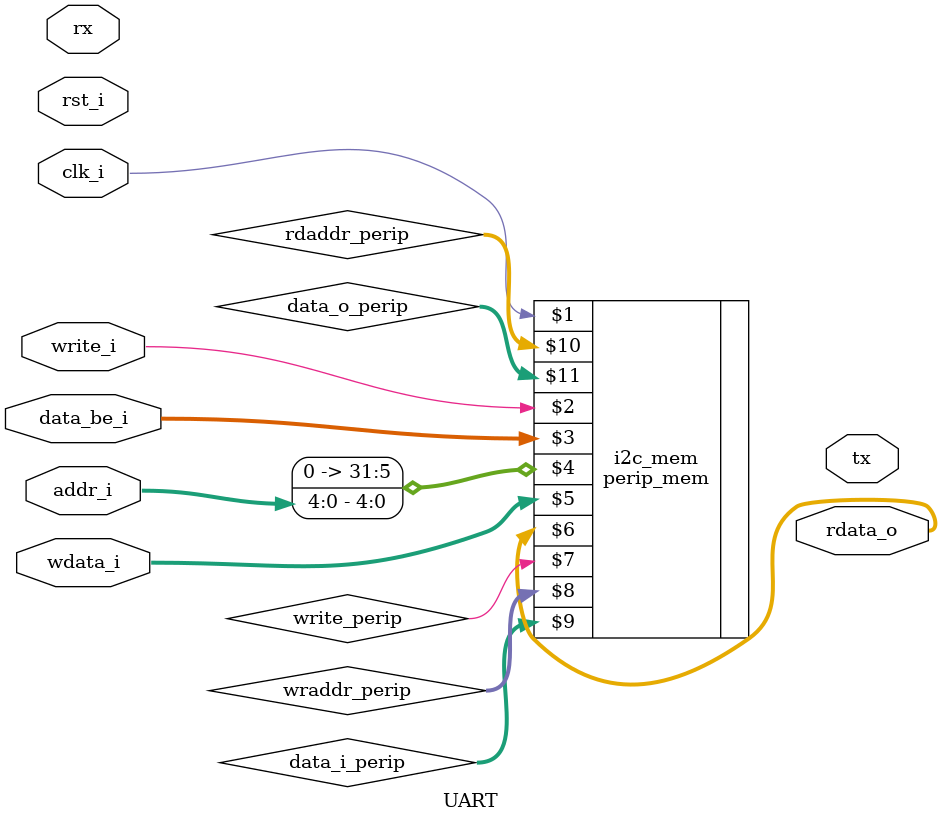
<source format=v>
module UART(
    input clk_i,
    input rst_i,
    input write_i,
    input [3:0] data_be_i,
    input [4:0] addr_i,
    input [31:0] wdata_i,
    output [31:0] rdata_o,

	input rx,
	output tx
);




	localparam I2C_NBY = 0;
	localparam I2C_ADR = 4;
	localparam I2C_RDR = 8;
	localparam I2C_TDR = 12;
	localparam I2C_CFG = 16;

    reg write_perip;
    reg[31:0] wraddr_perip;
    reg[31:0] data_i_perip;
    reg[31:0] rdaddr_perip;
    wire[31:0] data_o_perip;
    
    perip_mem #(5, 5'b11011) i2c_mem(
        clk_i,
        
        write_i,
        data_be_i,
        {27'b0, addr_i},
        wdata_i,
        rdata_o,
        
        write_perip,
        wraddr_perip,
        data_i_perip,
        rdaddr_perip,
        data_o_perip
    );

endmodule
</source>
